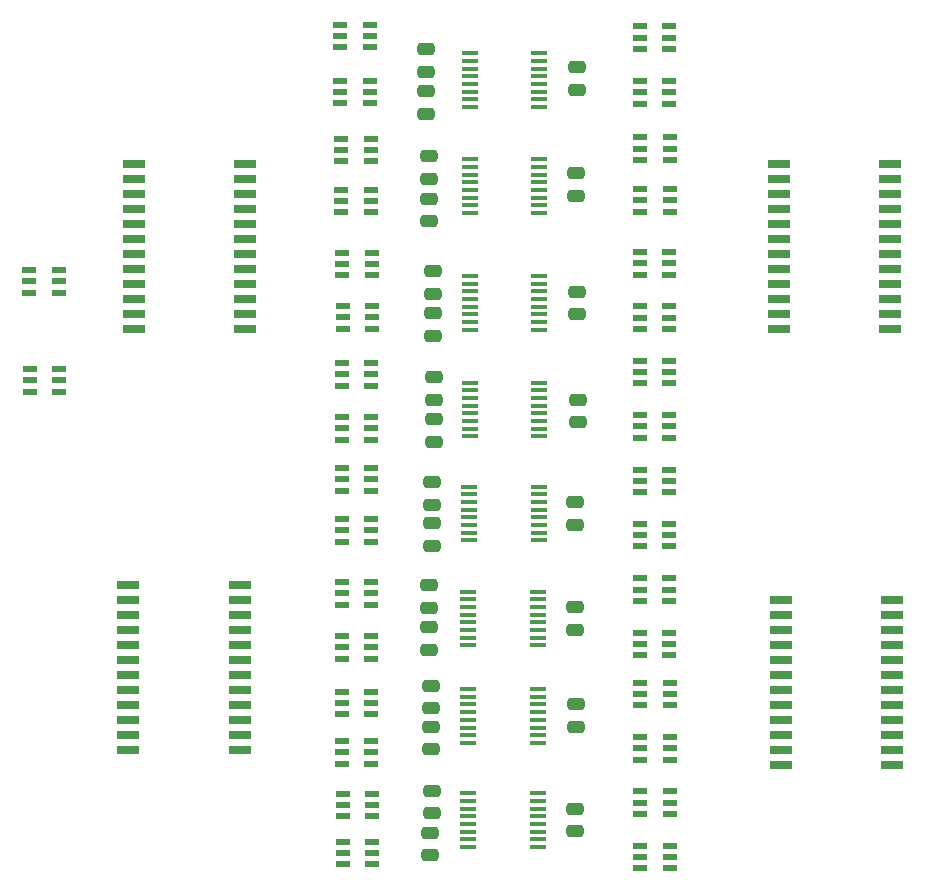
<source format=gbr>
%TF.GenerationSoftware,KiCad,Pcbnew,7.0.6-0*%
%TF.CreationDate,2024-01-17T10:16:55-05:00*%
%TF.ProjectId,SwitchingV3,53776974-6368-4696-9e67-56332e6b6963,rev?*%
%TF.SameCoordinates,Original*%
%TF.FileFunction,Paste,Top*%
%TF.FilePolarity,Positive*%
%FSLAX46Y46*%
G04 Gerber Fmt 4.6, Leading zero omitted, Abs format (unit mm)*
G04 Created by KiCad (PCBNEW 7.0.6-0) date 2024-01-17 10:16:55*
%MOMM*%
%LPD*%
G01*
G04 APERTURE LIST*
G04 Aperture macros list*
%AMRoundRect*
0 Rectangle with rounded corners*
0 $1 Rounding radius*
0 $2 $3 $4 $5 $6 $7 $8 $9 X,Y pos of 4 corners*
0 Add a 4 corners polygon primitive as box body*
4,1,4,$2,$3,$4,$5,$6,$7,$8,$9,$2,$3,0*
0 Add four circle primitives for the rounded corners*
1,1,$1+$1,$2,$3*
1,1,$1+$1,$4,$5*
1,1,$1+$1,$6,$7*
1,1,$1+$1,$8,$9*
0 Add four rect primitives between the rounded corners*
20,1,$1+$1,$2,$3,$4,$5,0*
20,1,$1+$1,$4,$5,$6,$7,0*
20,1,$1+$1,$6,$7,$8,$9,0*
20,1,$1+$1,$8,$9,$2,$3,0*%
G04 Aperture macros list end*
%ADD10R,1.475000X0.450000*%
%ADD11RoundRect,0.250000X0.475000X-0.250000X0.475000X0.250000X-0.475000X0.250000X-0.475000X-0.250000X0*%
%ADD12RoundRect,0.250000X-0.475000X0.250000X-0.475000X-0.250000X0.475000X-0.250000X0.475000X0.250000X0*%
%ADD13R,1.200000X0.600000*%
%ADD14R,1.950000X0.650000*%
G04 APERTURE END LIST*
D10*
%TO.C,IC41*%
X147828000Y-121815000D03*
X147828000Y-121165000D03*
X147828000Y-120515000D03*
X147828000Y-119865000D03*
X147828000Y-119215000D03*
X147828000Y-118565000D03*
X147828000Y-117915000D03*
X147828000Y-117265000D03*
X141952000Y-117265000D03*
X141952000Y-117915000D03*
X141952000Y-118565000D03*
X141952000Y-119215000D03*
X141952000Y-119865000D03*
X141952000Y-120515000D03*
X141952000Y-121165000D03*
X141952000Y-121815000D03*
%TD*%
D11*
%TO.C,C24*%
X138336000Y-73260000D03*
X138336000Y-71360000D03*
%TD*%
D12*
%TO.C,C17*%
X139065000Y-102682000D03*
X139065000Y-104582000D03*
%TD*%
D11*
%TO.C,C2*%
X151096000Y-128712000D03*
X151096000Y-126812000D03*
%TD*%
D10*
%TO.C,IC46*%
X147938000Y-76239000D03*
X147938000Y-75589000D03*
X147938000Y-74939000D03*
X147938000Y-74289000D03*
X147938000Y-73639000D03*
X147938000Y-72989000D03*
X147938000Y-72339000D03*
X147938000Y-71689000D03*
X142062000Y-71689000D03*
X142062000Y-72339000D03*
X142062000Y-72989000D03*
X142062000Y-73639000D03*
X142062000Y-74289000D03*
X142062000Y-74939000D03*
X142062000Y-75589000D03*
X142062000Y-76239000D03*
%TD*%
D13*
%TO.C,IC1*%
X107315000Y-100330000D03*
X107315000Y-99380000D03*
X107315000Y-98430000D03*
X104815000Y-98430000D03*
X104815000Y-99380000D03*
X104815000Y-100330000D03*
%TD*%
%TO.C,IC23*%
X131318000Y-138435000D03*
X131318000Y-139385000D03*
X131318000Y-140335000D03*
X133818000Y-140335000D03*
X133818000Y-139385000D03*
X133818000Y-138435000D03*
%TD*%
D11*
%TO.C,C16*%
X151163000Y-74784000D03*
X151163000Y-72884000D03*
%TD*%
%TO.C,C21*%
X139065000Y-101026000D03*
X139065000Y-99126000D03*
%TD*%
D10*
%TO.C,IC39*%
X147828000Y-138889000D03*
X147828000Y-138239000D03*
X147828000Y-137589000D03*
X147828000Y-136939000D03*
X147828000Y-136289000D03*
X147828000Y-135639000D03*
X147828000Y-134989000D03*
X147828000Y-134339000D03*
X141952000Y-134339000D03*
X141952000Y-134989000D03*
X141952000Y-135639000D03*
X141952000Y-136289000D03*
X141952000Y-136939000D03*
X141952000Y-137589000D03*
X141952000Y-138239000D03*
X141952000Y-138889000D03*
%TD*%
D13*
%TO.C,IC34*%
X131298000Y-88585000D03*
X131298000Y-89535000D03*
X131298000Y-90485000D03*
X133798000Y-90485000D03*
X133798000Y-89535000D03*
X133798000Y-88585000D03*
%TD*%
D12*
%TO.C,C20*%
X138336000Y-74916000D03*
X138336000Y-76816000D03*
%TD*%
D11*
%TO.C,C22*%
X138938000Y-92060000D03*
X138938000Y-90160000D03*
%TD*%
D13*
%TO.C,IC19*%
X159004000Y-85095000D03*
X159004000Y-84145000D03*
X159004000Y-83195000D03*
X156504000Y-83195000D03*
X156504000Y-84145000D03*
X156504000Y-85095000D03*
%TD*%
%TO.C,IC4*%
X107275000Y-91948000D03*
X107275000Y-90998000D03*
X107275000Y-90048000D03*
X104775000Y-90048000D03*
X104775000Y-90998000D03*
X104775000Y-91948000D03*
%TD*%
D12*
%TO.C,C7*%
X138667000Y-120307000D03*
X138667000Y-122207000D03*
%TD*%
D13*
%TO.C,IC10*%
X159004000Y-126888000D03*
X159004000Y-125938000D03*
X159004000Y-124988000D03*
X156504000Y-124988000D03*
X156504000Y-125938000D03*
X156504000Y-126888000D03*
%TD*%
%TO.C,IC32*%
X131231000Y-97922000D03*
X131231000Y-98872000D03*
X131231000Y-99822000D03*
X133731000Y-99822000D03*
X133731000Y-98872000D03*
X133731000Y-97922000D03*
%TD*%
D14*
%TO.C,IC3*%
X168249000Y-81026000D03*
X168249000Y-82296000D03*
X168249000Y-83566000D03*
X168249000Y-84836000D03*
X168249000Y-86106000D03*
X168249000Y-87376000D03*
X168249000Y-88646000D03*
X168249000Y-89916000D03*
X168249000Y-91186000D03*
X168249000Y-92456000D03*
X168249000Y-93726000D03*
X168249000Y-94996000D03*
X177699000Y-94996000D03*
X177699000Y-93726000D03*
X177699000Y-92456000D03*
X177699000Y-91186000D03*
X177699000Y-89916000D03*
X177699000Y-88646000D03*
X177699000Y-87376000D03*
X177699000Y-86106000D03*
X177699000Y-84836000D03*
X177699000Y-83566000D03*
X177699000Y-82296000D03*
X177699000Y-81026000D03*
%TD*%
D12*
%TO.C,C18*%
X138938000Y-93716000D03*
X138938000Y-95616000D03*
%TD*%
%TO.C,C6*%
X138777000Y-128717000D03*
X138777000Y-130617000D03*
%TD*%
D11*
%TO.C,C13*%
X151257000Y-102931000D03*
X151257000Y-101031000D03*
%TD*%
D13*
%TO.C,IC27*%
X131231000Y-121036000D03*
X131231000Y-121986000D03*
X131231000Y-122936000D03*
X133731000Y-122936000D03*
X133731000Y-121986000D03*
X133731000Y-121036000D03*
%TD*%
%TO.C,IC29*%
X131231000Y-111130000D03*
X131231000Y-112080000D03*
X131231000Y-113030000D03*
X133731000Y-113030000D03*
X133731000Y-112080000D03*
X133731000Y-111130000D03*
%TD*%
%TO.C,IC35*%
X131211000Y-83251000D03*
X131211000Y-84201000D03*
X131211000Y-85151000D03*
X133711000Y-85151000D03*
X133711000Y-84201000D03*
X133711000Y-83251000D03*
%TD*%
%TO.C,IC24*%
X131318000Y-134371000D03*
X131318000Y-135321000D03*
X131318000Y-136271000D03*
X133818000Y-136271000D03*
X133818000Y-135321000D03*
X133818000Y-134371000D03*
%TD*%
D12*
%TO.C,C8*%
X138897500Y-111493000D03*
X138897500Y-113393000D03*
%TD*%
D14*
%TO.C,IC2*%
X113157000Y-116713000D03*
X113157000Y-117983000D03*
X113157000Y-119253000D03*
X113157000Y-120523000D03*
X113157000Y-121793000D03*
X113157000Y-123063000D03*
X113157000Y-124333000D03*
X113157000Y-125603000D03*
X113157000Y-126873000D03*
X113157000Y-128143000D03*
X113157000Y-129413000D03*
X113157000Y-130683000D03*
X122607000Y-130683000D03*
X122607000Y-129413000D03*
X122607000Y-128143000D03*
X122607000Y-126873000D03*
X122607000Y-125603000D03*
X122607000Y-124333000D03*
X122607000Y-123063000D03*
X122607000Y-121793000D03*
X122607000Y-120523000D03*
X122607000Y-119253000D03*
X122607000Y-117983000D03*
X122607000Y-116713000D03*
%TD*%
D13*
%TO.C,IC17*%
X158984000Y-95029000D03*
X158984000Y-94079000D03*
X158984000Y-93129000D03*
X156484000Y-93129000D03*
X156484000Y-94079000D03*
X156484000Y-95029000D03*
%TD*%
D11*
%TO.C,C1*%
X150969000Y-137538000D03*
X150969000Y-135638000D03*
%TD*%
%TO.C,C3*%
X150986000Y-120490000D03*
X150986000Y-118590000D03*
%TD*%
D13*
%TO.C,IC16*%
X158984000Y-99629000D03*
X158984000Y-98679000D03*
X158984000Y-97729000D03*
X156484000Y-97729000D03*
X156484000Y-98679000D03*
X156484000Y-99629000D03*
%TD*%
%TO.C,IC38*%
X131124000Y-69281000D03*
X131124000Y-70231000D03*
X131124000Y-71181000D03*
X133624000Y-71181000D03*
X133624000Y-70231000D03*
X133624000Y-69281000D03*
%TD*%
%TO.C,IC9*%
X159004000Y-131488000D03*
X159004000Y-130538000D03*
X159004000Y-129588000D03*
X156504000Y-129588000D03*
X156504000Y-130538000D03*
X156504000Y-131488000D03*
%TD*%
D11*
%TO.C,C15*%
X151113000Y-83766000D03*
X151113000Y-81866000D03*
%TD*%
D13*
%TO.C,IC37*%
X131104000Y-74041000D03*
X131104000Y-74991000D03*
X131104000Y-75941000D03*
X133604000Y-75941000D03*
X133604000Y-74991000D03*
X133604000Y-74041000D03*
%TD*%
D10*
%TO.C,IC45*%
X147955000Y-85218000D03*
X147955000Y-84568000D03*
X147955000Y-83918000D03*
X147955000Y-83268000D03*
X147955000Y-82618000D03*
X147955000Y-81968000D03*
X147955000Y-81318000D03*
X147955000Y-80668000D03*
X142079000Y-80668000D03*
X142079000Y-81318000D03*
X142079000Y-81968000D03*
X142079000Y-82618000D03*
X142079000Y-83268000D03*
X142079000Y-83918000D03*
X142079000Y-84568000D03*
X142079000Y-85218000D03*
%TD*%
D11*
%TO.C,C12*%
X138897500Y-109898000D03*
X138897500Y-107998000D03*
%TD*%
D13*
%TO.C,IC21*%
X158984000Y-75951000D03*
X158984000Y-75001000D03*
X158984000Y-74051000D03*
X156484000Y-74051000D03*
X156484000Y-75001000D03*
X156484000Y-75951000D03*
%TD*%
%TO.C,IC7*%
X159004000Y-140688000D03*
X159004000Y-139738000D03*
X159004000Y-138788000D03*
X156504000Y-138788000D03*
X156504000Y-139738000D03*
X156504000Y-140688000D03*
%TD*%
D12*
%TO.C,C5*%
X138684000Y-137670000D03*
X138684000Y-139570000D03*
%TD*%
D13*
%TO.C,IC20*%
X159004000Y-80711000D03*
X159004000Y-79761000D03*
X159004000Y-78811000D03*
X156504000Y-78811000D03*
X156504000Y-79761000D03*
X156504000Y-80711000D03*
%TD*%
%TO.C,IC8*%
X159004000Y-136088000D03*
X159004000Y-135138000D03*
X159004000Y-134188000D03*
X156504000Y-134188000D03*
X156504000Y-135138000D03*
X156504000Y-136088000D03*
%TD*%
%TO.C,IC30*%
X131231000Y-106812000D03*
X131231000Y-107762000D03*
X131231000Y-108712000D03*
X133731000Y-108712000D03*
X133731000Y-107762000D03*
X133731000Y-106812000D03*
%TD*%
%TO.C,IC15*%
X158984000Y-104229000D03*
X158984000Y-103279000D03*
X158984000Y-102329000D03*
X156484000Y-102329000D03*
X156484000Y-103279000D03*
X156484000Y-104229000D03*
%TD*%
D14*
%TO.C,IC5*%
X113613000Y-81026000D03*
X113613000Y-82296000D03*
X113613000Y-83566000D03*
X113613000Y-84836000D03*
X113613000Y-86106000D03*
X113613000Y-87376000D03*
X113613000Y-88646000D03*
X113613000Y-89916000D03*
X113613000Y-91186000D03*
X113613000Y-92456000D03*
X113613000Y-93726000D03*
X113613000Y-94996000D03*
X123063000Y-94996000D03*
X123063000Y-93726000D03*
X123063000Y-92456000D03*
X123063000Y-91186000D03*
X123063000Y-89916000D03*
X123063000Y-88646000D03*
X123063000Y-87376000D03*
X123063000Y-86106000D03*
X123063000Y-84836000D03*
X123063000Y-83566000D03*
X123063000Y-82296000D03*
X123063000Y-81026000D03*
%TD*%
D11*
%TO.C,C4*%
X150962500Y-111615000D03*
X150962500Y-109715000D03*
%TD*%
D12*
%TO.C,C19*%
X138667000Y-84025000D03*
X138667000Y-85925000D03*
%TD*%
D13*
%TO.C,IC26*%
X131231000Y-125735000D03*
X131231000Y-126685000D03*
X131231000Y-127635000D03*
X133731000Y-127635000D03*
X133731000Y-126685000D03*
X133731000Y-125735000D03*
%TD*%
%TO.C,IC22*%
X158964000Y-71318000D03*
X158964000Y-70368000D03*
X158964000Y-69418000D03*
X156464000Y-69418000D03*
X156464000Y-70368000D03*
X156464000Y-71318000D03*
%TD*%
D10*
%TO.C,IC42*%
X147931500Y-112940000D03*
X147931500Y-112290000D03*
X147931500Y-111640000D03*
X147931500Y-110990000D03*
X147931500Y-110340000D03*
X147931500Y-109690000D03*
X147931500Y-109040000D03*
X147931500Y-108390000D03*
X142055500Y-108390000D03*
X142055500Y-109040000D03*
X142055500Y-109690000D03*
X142055500Y-110340000D03*
X142055500Y-110990000D03*
X142055500Y-111640000D03*
X142055500Y-112290000D03*
X142055500Y-112940000D03*
%TD*%
D11*
%TO.C,C9*%
X138904000Y-136014000D03*
X138904000Y-134114000D03*
%TD*%
D13*
%TO.C,IC36*%
X131211000Y-78933000D03*
X131211000Y-79883000D03*
X131211000Y-80833000D03*
X133711000Y-80833000D03*
X133711000Y-79883000D03*
X133711000Y-78933000D03*
%TD*%
%TO.C,IC25*%
X131231000Y-129926000D03*
X131231000Y-130876000D03*
X131231000Y-131826000D03*
X133731000Y-131826000D03*
X133731000Y-130876000D03*
X133731000Y-129926000D03*
%TD*%
D14*
%TO.C,IC6*%
X168402000Y-117983000D03*
X168402000Y-119253000D03*
X168402000Y-120523000D03*
X168402000Y-121793000D03*
X168402000Y-123063000D03*
X168402000Y-124333000D03*
X168402000Y-125603000D03*
X168402000Y-126873000D03*
X168402000Y-128143000D03*
X168402000Y-129413000D03*
X168402000Y-130683000D03*
X168402000Y-131953000D03*
X177852000Y-131953000D03*
X177852000Y-130683000D03*
X177852000Y-129413000D03*
X177852000Y-128143000D03*
X177852000Y-126873000D03*
X177852000Y-125603000D03*
X177852000Y-124333000D03*
X177852000Y-123063000D03*
X177852000Y-121793000D03*
X177852000Y-120523000D03*
X177852000Y-119253000D03*
X177852000Y-117983000D03*
%TD*%
D11*
%TO.C,C11*%
X138667000Y-118646000D03*
X138667000Y-116746000D03*
%TD*%
%TO.C,C14*%
X151130000Y-93772000D03*
X151130000Y-91872000D03*
%TD*%
D10*
%TO.C,IC40*%
X147828000Y-130078000D03*
X147828000Y-129428000D03*
X147828000Y-128778000D03*
X147828000Y-128128000D03*
X147828000Y-127478000D03*
X147828000Y-126828000D03*
X147828000Y-126178000D03*
X147828000Y-125528000D03*
X141952000Y-125528000D03*
X141952000Y-126178000D03*
X141952000Y-126828000D03*
X141952000Y-127478000D03*
X141952000Y-128128000D03*
X141952000Y-128778000D03*
X141952000Y-129428000D03*
X141952000Y-130078000D03*
%TD*%
%TO.C,IC44*%
X147972000Y-95097000D03*
X147972000Y-94447000D03*
X147972000Y-93797000D03*
X147972000Y-93147000D03*
X147972000Y-92497000D03*
X147972000Y-91847000D03*
X147972000Y-91197000D03*
X147972000Y-90547000D03*
X142096000Y-90547000D03*
X142096000Y-91197000D03*
X142096000Y-91847000D03*
X142096000Y-92497000D03*
X142096000Y-93147000D03*
X142096000Y-93797000D03*
X142096000Y-94447000D03*
X142096000Y-95097000D03*
%TD*%
D13*
%TO.C,IC13*%
X158964000Y-113449000D03*
X158964000Y-112499000D03*
X158964000Y-111549000D03*
X156464000Y-111549000D03*
X156464000Y-112499000D03*
X156464000Y-113449000D03*
%TD*%
%TO.C,IC11*%
X158964000Y-122649000D03*
X158964000Y-121699000D03*
X158964000Y-120749000D03*
X156464000Y-120749000D03*
X156464000Y-121699000D03*
X156464000Y-122649000D03*
%TD*%
%TO.C,IC12*%
X158964000Y-118049000D03*
X158964000Y-117099000D03*
X158964000Y-116149000D03*
X156464000Y-116149000D03*
X156464000Y-117099000D03*
X156464000Y-118049000D03*
%TD*%
%TO.C,IC31*%
X131231000Y-102494000D03*
X131231000Y-103444000D03*
X131231000Y-104394000D03*
X133731000Y-104394000D03*
X133731000Y-103444000D03*
X133731000Y-102494000D03*
%TD*%
%TO.C,IC33*%
X131318000Y-93096000D03*
X131318000Y-94046000D03*
X131318000Y-94996000D03*
X133818000Y-94996000D03*
X133818000Y-94046000D03*
X133818000Y-93096000D03*
%TD*%
%TO.C,IC14*%
X158964000Y-108849000D03*
X158964000Y-107899000D03*
X158964000Y-106949000D03*
X156464000Y-106949000D03*
X156464000Y-107899000D03*
X156464000Y-108849000D03*
%TD*%
D11*
%TO.C,C10*%
X138777000Y-127127000D03*
X138777000Y-125227000D03*
%TD*%
D13*
%TO.C,IC18*%
X158984000Y-90429000D03*
X158984000Y-89479000D03*
X158984000Y-88529000D03*
X156484000Y-88529000D03*
X156484000Y-89479000D03*
X156484000Y-90429000D03*
%TD*%
%TO.C,IC28*%
X131231000Y-116464000D03*
X131231000Y-117414000D03*
X131231000Y-118364000D03*
X133731000Y-118364000D03*
X133731000Y-117414000D03*
X133731000Y-116464000D03*
%TD*%
D11*
%TO.C,C23*%
X138667000Y-82303000D03*
X138667000Y-80403000D03*
%TD*%
D10*
%TO.C,IC43*%
X147972000Y-104129000D03*
X147972000Y-103479000D03*
X147972000Y-102829000D03*
X147972000Y-102179000D03*
X147972000Y-101529000D03*
X147972000Y-100879000D03*
X147972000Y-100229000D03*
X147972000Y-99579000D03*
X142096000Y-99579000D03*
X142096000Y-100229000D03*
X142096000Y-100879000D03*
X142096000Y-101529000D03*
X142096000Y-102179000D03*
X142096000Y-102829000D03*
X142096000Y-103479000D03*
X142096000Y-104129000D03*
%TD*%
M02*

</source>
